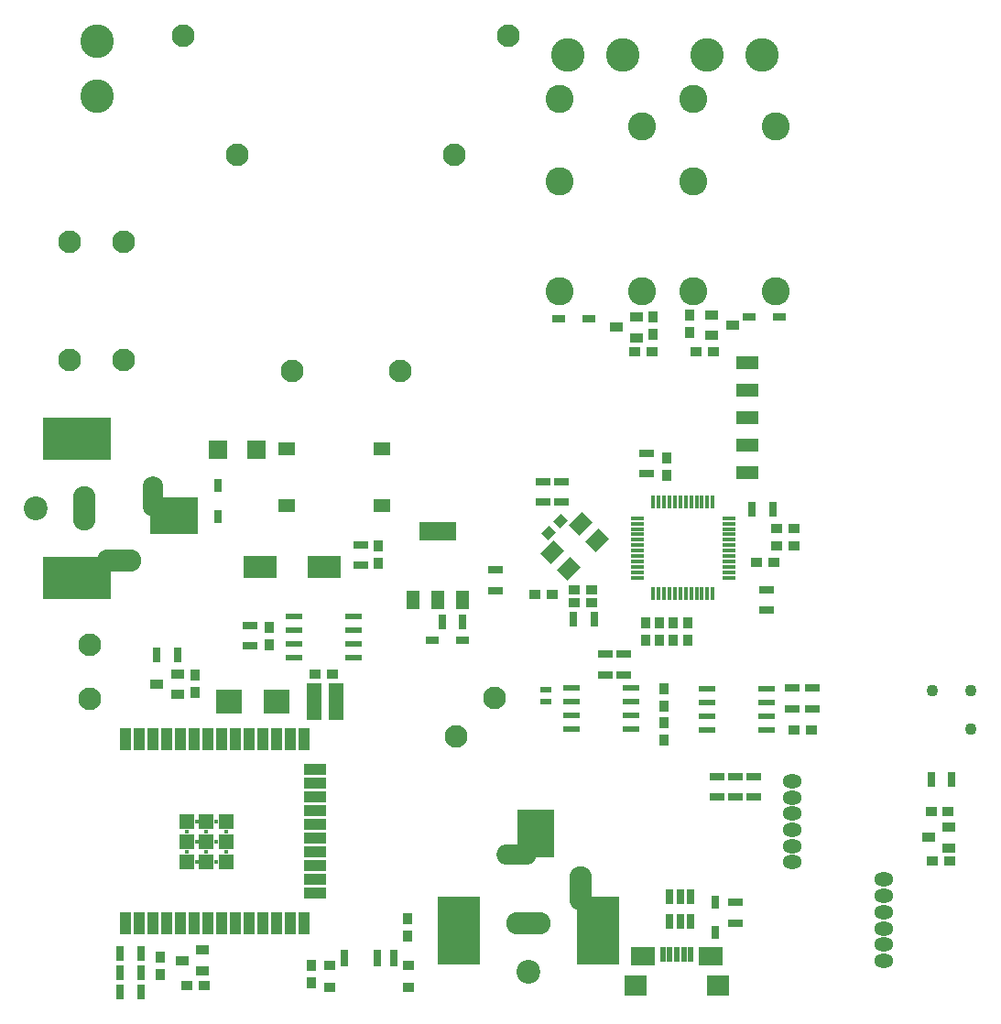
<source format=gts>
G04*
G04 #@! TF.GenerationSoftware,Altium Limited,Altium Designer,20.0.10 (225)*
G04*
G04 Layer_Color=8388736*
%FSLAX25Y25*%
%MOIN*%
G70*
G01*
G75*
%ADD55R,0.03150X0.05512*%
%ADD56R,0.04194X0.03494*%
%ADD57R,0.04724X0.03543*%
%ADD58R,0.04528X0.02559*%
%ADD59R,0.03494X0.04194*%
%ADD60R,0.08268X0.04724*%
%ADD61R,0.05512X0.03150*%
%ADD62R,0.06299X0.02362*%
%ADD63R,0.05512X0.13780*%
%ADD64R,0.09252X0.08740*%
%ADD65R,0.05630X0.05630*%
%ADD66R,0.03937X0.08268*%
%ADD67R,0.08268X0.03937*%
%ADD68R,0.03150X0.06299*%
%ADD69R,0.04331X0.03543*%
%ADD70R,0.15748X0.24803*%
%ADD71R,0.13386X0.17717*%
%ADD72R,0.04331X0.02362*%
%ADD73R,0.13386X0.06693*%
%ADD74R,0.05118X0.06693*%
%ADD75R,0.06496X0.05118*%
%ADD76R,0.12205X0.08268*%
%ADD77R,0.02559X0.04528*%
%ADD78R,0.06693X0.06693*%
%ADD79R,0.24803X0.15748*%
%ADD80R,0.17717X0.13386*%
G04:AMPARAMS|DCode=81|XSize=66.93mil|YSize=53.15mil|CornerRadius=0mil|HoleSize=0mil|Usage=FLASHONLY|Rotation=225.000|XOffset=0mil|YOffset=0mil|HoleType=Round|Shape=Rectangle|*
%AMROTATEDRECTD81*
4,1,4,0.00487,0.04245,0.04245,0.00487,-0.00487,-0.04245,-0.04245,-0.00487,0.00487,0.04245,0.0*
%
%ADD81ROTATEDRECTD81*%

G04:AMPARAMS|DCode=82|XSize=34.94mil|YSize=41.94mil|CornerRadius=0mil|HoleSize=0mil|Usage=FLASHONLY|Rotation=315.000|XOffset=0mil|YOffset=0mil|HoleType=Round|Shape=Rectangle|*
%AMROTATEDRECTD82*
4,1,4,-0.02718,-0.00248,0.00248,0.02718,0.02718,0.00248,-0.00248,-0.02718,-0.02718,-0.00248,0.0*
%
%ADD82ROTATEDRECTD82*%

%ADD83R,0.05118X0.01575*%
%ADD84R,0.01575X0.05118*%
%ADD85R,0.07874X0.07480*%
%ADD86R,0.08661X0.06693*%
%ADD87R,0.01968X0.05709*%
%ADD88R,0.02756X0.05748*%
%ADD89O,0.07087X0.05118*%
%ADD90C,0.04331*%
%ADD91C,0.08268*%
%ADD92C,0.12205*%
%ADD93C,0.10236*%
%ADD94C,0.01575*%
%ADD95C,0.00394*%
%ADD96O,0.14567X0.07480*%
%ADD97O,0.08268X0.16142*%
%ADD98O,0.16142X0.08268*%
%ADD99C,0.08661*%
%ADD100O,0.07480X0.14567*%
D55*
X338976Y83071D02*
D03*
X331496D02*
D03*
X161024Y140354D02*
D03*
X153543D02*
D03*
X266339Y181102D02*
D03*
X273819D02*
D03*
X49728Y128165D02*
D03*
X57209D02*
D03*
X43878Y5543D02*
D03*
X36398D02*
D03*
X43878Y12543D02*
D03*
X36398D02*
D03*
X43878Y19543D02*
D03*
X36398D02*
D03*
X208858Y141339D02*
D03*
X201378D02*
D03*
D56*
X337796Y71260D02*
D03*
X331496D02*
D03*
X223760Y238591D02*
D03*
X230060D02*
D03*
X246063Y238583D02*
D03*
X252363D02*
D03*
X281693Y174213D02*
D03*
X275393D02*
D03*
X281693Y167992D02*
D03*
X275393D02*
D03*
X274410Y161811D02*
D03*
X268110D02*
D03*
X281569Y101023D02*
D03*
X287868D02*
D03*
X66863Y8043D02*
D03*
X60563D02*
D03*
X208071Y151969D02*
D03*
X201771D02*
D03*
X208071Y147244D02*
D03*
X201771D02*
D03*
X193701Y150394D02*
D03*
X187401D02*
D03*
X338189Y53150D02*
D03*
X331889D02*
D03*
X113619Y121165D02*
D03*
X107318D02*
D03*
D57*
X337972Y58071D02*
D03*
Y65551D02*
D03*
X330532Y61811D02*
D03*
X251744Y251905D02*
D03*
Y244425D02*
D03*
X259185Y248165D02*
D03*
X224410Y243701D02*
D03*
Y251181D02*
D03*
X216968Y247441D02*
D03*
X57189Y113925D02*
D03*
Y121405D02*
D03*
X49748Y117665D02*
D03*
X66434Y13303D02*
D03*
Y20783D02*
D03*
X58992Y17043D02*
D03*
D58*
X161024Y133465D02*
D03*
X150000D02*
D03*
X265354Y251181D02*
D03*
X276378D02*
D03*
X206976Y250665D02*
D03*
X195953D02*
D03*
D59*
X243701Y245669D02*
D03*
Y251969D02*
D03*
X230410Y244882D02*
D03*
Y251182D02*
D03*
X234252Y97245D02*
D03*
Y103544D02*
D03*
Y115749D02*
D03*
Y109449D02*
D03*
X90650Y131984D02*
D03*
Y138284D02*
D03*
X63484Y120768D02*
D03*
Y114468D02*
D03*
X51083Y18111D02*
D03*
Y11811D02*
D03*
X105968Y9015D02*
D03*
Y15315D02*
D03*
X140969Y32315D02*
D03*
Y26015D02*
D03*
X130468Y161515D02*
D03*
Y167815D02*
D03*
X235236Y193503D02*
D03*
Y199803D02*
D03*
X242913Y139764D02*
D03*
Y133464D02*
D03*
X237795Y133464D02*
D03*
Y139764D02*
D03*
X232677Y133464D02*
D03*
Y139764D02*
D03*
X227559Y133464D02*
D03*
Y139764D02*
D03*
D60*
X264567Y234409D02*
D03*
Y224409D02*
D03*
Y214409D02*
D03*
Y204409D02*
D03*
Y194409D02*
D03*
D61*
X271654Y151969D02*
D03*
Y144488D02*
D03*
X288189Y116142D02*
D03*
Y108661D02*
D03*
X281102Y116142D02*
D03*
Y108661D02*
D03*
X266929Y84055D02*
D03*
Y76575D02*
D03*
X260236Y84055D02*
D03*
Y76575D02*
D03*
X253543Y84055D02*
D03*
Y76575D02*
D03*
X83760Y131496D02*
D03*
Y138976D02*
D03*
X212992Y121063D02*
D03*
Y128543D02*
D03*
X219685Y121063D02*
D03*
Y128543D02*
D03*
X173031Y159153D02*
D03*
Y151673D02*
D03*
X123969Y160925D02*
D03*
Y168405D02*
D03*
X196949Y191240D02*
D03*
Y183760D02*
D03*
X190256Y191240D02*
D03*
Y183760D02*
D03*
X227854Y194193D02*
D03*
Y201673D02*
D03*
X260236Y30709D02*
D03*
Y38189D02*
D03*
D62*
X271555Y116023D02*
D03*
Y111023D02*
D03*
Y106023D02*
D03*
Y101023D02*
D03*
X249902D02*
D03*
Y106023D02*
D03*
Y111023D02*
D03*
Y116023D02*
D03*
X99642Y127165D02*
D03*
Y132165D02*
D03*
Y137165D02*
D03*
Y142165D02*
D03*
X121295D02*
D03*
Y137165D02*
D03*
Y132165D02*
D03*
Y127165D02*
D03*
X222244Y116161D02*
D03*
Y111161D02*
D03*
Y106161D02*
D03*
Y101161D02*
D03*
X200591D02*
D03*
Y106161D02*
D03*
Y111161D02*
D03*
Y116161D02*
D03*
D63*
X106835Y111165D02*
D03*
X115102D02*
D03*
D64*
X76055Y111165D02*
D03*
X93260D02*
D03*
D65*
X75012Y67453D02*
D03*
Y60228D02*
D03*
Y53004D02*
D03*
X67787Y67453D02*
D03*
Y60228D02*
D03*
Y53004D02*
D03*
X60563Y67453D02*
D03*
Y60228D02*
D03*
Y53004D02*
D03*
D66*
X38260Y97630D02*
D03*
X43260D02*
D03*
X48260D02*
D03*
X53260D02*
D03*
X58260D02*
D03*
X63260D02*
D03*
X68260D02*
D03*
X73260D02*
D03*
X78260D02*
D03*
X83260D02*
D03*
X88260D02*
D03*
X93260D02*
D03*
X98260D02*
D03*
X103260D02*
D03*
Y30701D02*
D03*
X98260D02*
D03*
X93260D02*
D03*
X88260D02*
D03*
X83260D02*
D03*
X78260D02*
D03*
X73260D02*
D03*
X68260D02*
D03*
X63260D02*
D03*
X58260D02*
D03*
X53260D02*
D03*
X48260D02*
D03*
X43260D02*
D03*
X38260D02*
D03*
D67*
X107197Y86665D02*
D03*
Y81665D02*
D03*
Y76665D02*
D03*
Y71665D02*
D03*
Y66665D02*
D03*
Y61665D02*
D03*
Y56665D02*
D03*
Y51665D02*
D03*
Y46665D02*
D03*
Y41665D02*
D03*
D68*
X118110Y18055D02*
D03*
X129921D02*
D03*
X135827D02*
D03*
D69*
X141339Y15102D02*
D03*
X112598D02*
D03*
X141339Y7228D02*
D03*
X112598D02*
D03*
D70*
X159646Y27953D02*
D03*
X210433D02*
D03*
D71*
X187598Y63189D02*
D03*
D72*
X191469Y111300D02*
D03*
Y115631D02*
D03*
D73*
X151969Y173382D02*
D03*
D74*
X161024Y148185D02*
D03*
X151969D02*
D03*
X142913D02*
D03*
D75*
X96969Y203165D02*
D03*
Y182653D02*
D03*
X131614Y203165D02*
D03*
Y182653D02*
D03*
D76*
X110780Y160165D02*
D03*
X87157D02*
D03*
D77*
X71949Y189764D02*
D03*
Y178740D02*
D03*
X252854Y38189D02*
D03*
Y27165D02*
D03*
D78*
X71949Y202756D02*
D03*
X86122D02*
D03*
D79*
X20614Y206957D02*
D03*
Y156169D02*
D03*
D80*
X55850Y179004D02*
D03*
D81*
X199759Y159453D02*
D03*
X210059Y169753D02*
D03*
X193634Y165577D02*
D03*
X203934Y175878D02*
D03*
D82*
X196716Y177031D02*
D03*
X192261Y172576D02*
D03*
D83*
X224504Y177992D02*
D03*
Y176024D02*
D03*
Y174055D02*
D03*
Y172087D02*
D03*
Y170118D02*
D03*
Y168150D02*
D03*
Y166181D02*
D03*
Y164213D02*
D03*
Y162244D02*
D03*
Y160276D02*
D03*
Y158307D02*
D03*
Y156339D02*
D03*
X257968D02*
D03*
Y158307D02*
D03*
Y160276D02*
D03*
Y162244D02*
D03*
Y164213D02*
D03*
Y166181D02*
D03*
Y168150D02*
D03*
Y170118D02*
D03*
Y172087D02*
D03*
Y174055D02*
D03*
Y176024D02*
D03*
Y177992D02*
D03*
D84*
X230410Y150433D02*
D03*
X232378D02*
D03*
X234347D02*
D03*
X236315D02*
D03*
X238283D02*
D03*
X240252D02*
D03*
X242220D02*
D03*
X244189D02*
D03*
X246158D02*
D03*
X248126D02*
D03*
X250095D02*
D03*
X252063D02*
D03*
Y183898D02*
D03*
X250095D02*
D03*
X248126D02*
D03*
X246158D02*
D03*
X244189D02*
D03*
X242220D02*
D03*
X240252D02*
D03*
X238283D02*
D03*
X236315D02*
D03*
X234347D02*
D03*
X232378D02*
D03*
X230410D02*
D03*
D85*
X253937Y7874D02*
D03*
X224016D02*
D03*
D86*
X251181Y18612D02*
D03*
X226772D02*
D03*
D87*
X233858Y19094D02*
D03*
X236417D02*
D03*
X238976D02*
D03*
X241535D02*
D03*
X244094D02*
D03*
D88*
X243898Y40354D02*
D03*
X240158D02*
D03*
X236417D02*
D03*
Y31102D02*
D03*
X240158D02*
D03*
X243898D02*
D03*
D89*
X314173Y16929D02*
D03*
Y22835D02*
D03*
Y28740D02*
D03*
Y34646D02*
D03*
Y40551D02*
D03*
Y46457D02*
D03*
X281102Y82284D02*
D03*
Y76378D02*
D03*
Y70472D02*
D03*
Y64567D02*
D03*
Y58661D02*
D03*
Y52756D02*
D03*
D90*
X346063Y101181D02*
D03*
Y115354D02*
D03*
X331890D02*
D03*
D91*
X158788Y98552D02*
D03*
X172708Y112471D02*
D03*
X18126Y235665D02*
D03*
X37811D02*
D03*
X18110Y278740D02*
D03*
X37795D02*
D03*
X157874Y310236D02*
D03*
X79134D02*
D03*
X138189Y231496D02*
D03*
X98819D02*
D03*
X177559Y353543D02*
D03*
X59449D02*
D03*
X25469Y132008D02*
D03*
Y112323D02*
D03*
D92*
X249965Y346665D02*
D03*
X269965D02*
D03*
X199465D02*
D03*
X219465D02*
D03*
X27953Y331732D02*
D03*
Y351732D02*
D03*
D93*
X244965Y330665D02*
D03*
X274965Y320665D02*
D03*
Y260665D02*
D03*
X244965Y300665D02*
D03*
Y260665D02*
D03*
X196465Y330665D02*
D03*
X226465Y320665D02*
D03*
Y260665D02*
D03*
X196465Y300665D02*
D03*
Y260665D02*
D03*
D94*
X75012Y63841D02*
D03*
Y56616D02*
D03*
X71400Y67453D02*
D03*
Y60228D02*
D03*
Y53004D02*
D03*
X67787Y63841D02*
D03*
Y56616D02*
D03*
X64175Y67453D02*
D03*
Y60228D02*
D03*
Y53004D02*
D03*
X60563Y63841D02*
D03*
Y56616D02*
D03*
D95*
X121063Y11165D02*
D03*
X132874D02*
D03*
D96*
X180709Y55512D02*
D03*
D97*
X203937Y43307D02*
D03*
X23370Y181563D02*
D03*
D98*
X185039Y30709D02*
D03*
X35969Y162665D02*
D03*
D99*
X185039Y12992D02*
D03*
X5654Y181563D02*
D03*
D100*
X48173Y185894D02*
D03*
M02*

</source>
